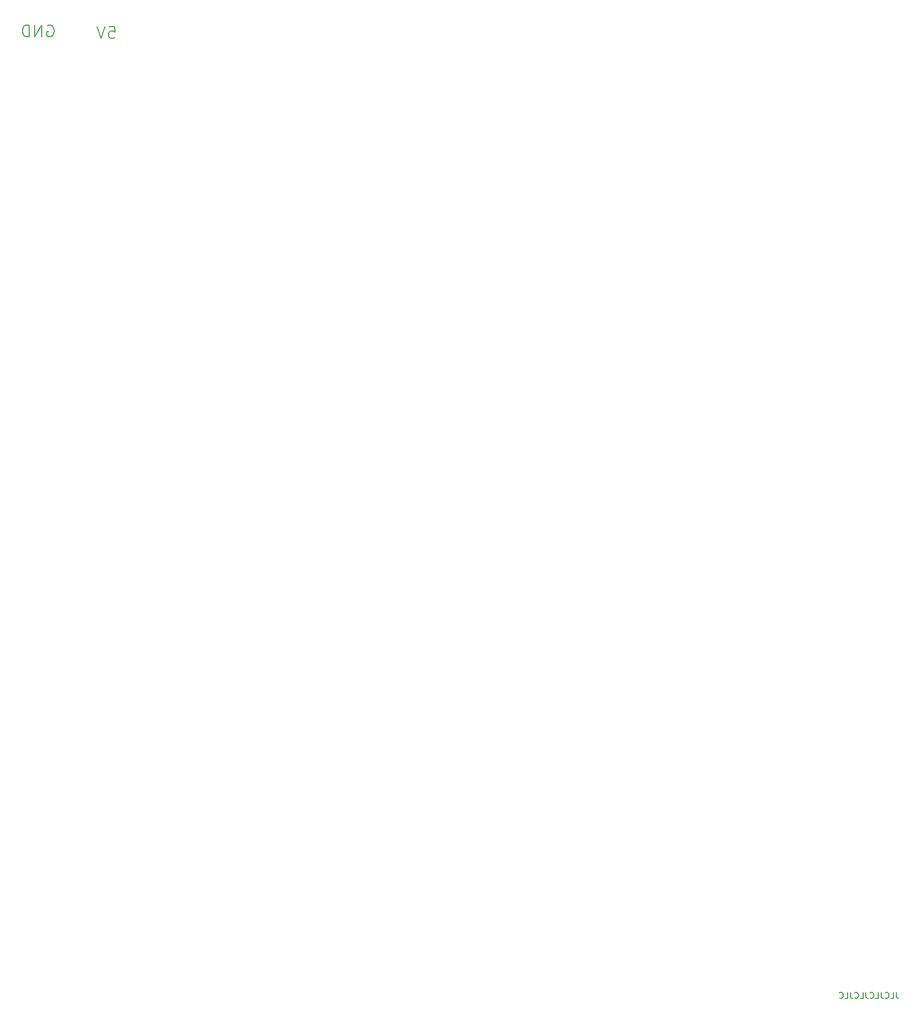
<source format=gbo>
%TF.GenerationSoftware,KiCad,Pcbnew,7.0.5*%
%TF.CreationDate,2023-06-19T18:29:10+12:00*%
%TF.ProjectId,Alius_6502,416c6975-735f-4363-9530-322e6b696361,rev?*%
%TF.SameCoordinates,Original*%
%TF.FileFunction,Legend,Bot*%
%TF.FilePolarity,Positive*%
%FSLAX46Y46*%
G04 Gerber Fmt 4.6, Leading zero omitted, Abs format (unit mm)*
G04 Created by KiCad (PCBNEW 7.0.5) date 2023-06-19 18:29:10*
%MOMM*%
%LPD*%
G01*
G04 APERTURE LIST*
%ADD10C,0.150000*%
G04 APERTURE END LIST*
D10*
X42381748Y-27902114D02*
X43334129Y-27902114D01*
X43334129Y-27902114D02*
X43429367Y-28854495D01*
X43429367Y-28854495D02*
X43334129Y-28759256D01*
X43334129Y-28759256D02*
X43143653Y-28664018D01*
X43143653Y-28664018D02*
X42667462Y-28664018D01*
X42667462Y-28664018D02*
X42476986Y-28759256D01*
X42476986Y-28759256D02*
X42381748Y-28854495D01*
X42381748Y-28854495D02*
X42286510Y-29044971D01*
X42286510Y-29044971D02*
X42286510Y-29521161D01*
X42286510Y-29521161D02*
X42381748Y-29711637D01*
X42381748Y-29711637D02*
X42476986Y-29806876D01*
X42476986Y-29806876D02*
X42667462Y-29902114D01*
X42667462Y-29902114D02*
X43143653Y-29902114D01*
X43143653Y-29902114D02*
X43334129Y-29806876D01*
X43334129Y-29806876D02*
X43429367Y-29711637D01*
X41715081Y-27902114D02*
X41048415Y-29902114D01*
X41048415Y-29902114D02*
X40381748Y-27902114D01*
X174960590Y-190639819D02*
X174960590Y-191354104D01*
X174960590Y-191354104D02*
X175008209Y-191496961D01*
X175008209Y-191496961D02*
X175103447Y-191592200D01*
X175103447Y-191592200D02*
X175246304Y-191639819D01*
X175246304Y-191639819D02*
X175341542Y-191639819D01*
X174008209Y-191639819D02*
X174484399Y-191639819D01*
X174484399Y-191639819D02*
X174484399Y-190639819D01*
X173103447Y-191544580D02*
X173151066Y-191592200D01*
X173151066Y-191592200D02*
X173293923Y-191639819D01*
X173293923Y-191639819D02*
X173389161Y-191639819D01*
X173389161Y-191639819D02*
X173532018Y-191592200D01*
X173532018Y-191592200D02*
X173627256Y-191496961D01*
X173627256Y-191496961D02*
X173674875Y-191401723D01*
X173674875Y-191401723D02*
X173722494Y-191211247D01*
X173722494Y-191211247D02*
X173722494Y-191068390D01*
X173722494Y-191068390D02*
X173674875Y-190877914D01*
X173674875Y-190877914D02*
X173627256Y-190782676D01*
X173627256Y-190782676D02*
X173532018Y-190687438D01*
X173532018Y-190687438D02*
X173389161Y-190639819D01*
X173389161Y-190639819D02*
X173293923Y-190639819D01*
X173293923Y-190639819D02*
X173151066Y-190687438D01*
X173151066Y-190687438D02*
X173103447Y-190735057D01*
X172389161Y-190639819D02*
X172389161Y-191354104D01*
X172389161Y-191354104D02*
X172436780Y-191496961D01*
X172436780Y-191496961D02*
X172532018Y-191592200D01*
X172532018Y-191592200D02*
X172674875Y-191639819D01*
X172674875Y-191639819D02*
X172770113Y-191639819D01*
X171436780Y-191639819D02*
X171912970Y-191639819D01*
X171912970Y-191639819D02*
X171912970Y-190639819D01*
X170532018Y-191544580D02*
X170579637Y-191592200D01*
X170579637Y-191592200D02*
X170722494Y-191639819D01*
X170722494Y-191639819D02*
X170817732Y-191639819D01*
X170817732Y-191639819D02*
X170960589Y-191592200D01*
X170960589Y-191592200D02*
X171055827Y-191496961D01*
X171055827Y-191496961D02*
X171103446Y-191401723D01*
X171103446Y-191401723D02*
X171151065Y-191211247D01*
X171151065Y-191211247D02*
X171151065Y-191068390D01*
X171151065Y-191068390D02*
X171103446Y-190877914D01*
X171103446Y-190877914D02*
X171055827Y-190782676D01*
X171055827Y-190782676D02*
X170960589Y-190687438D01*
X170960589Y-190687438D02*
X170817732Y-190639819D01*
X170817732Y-190639819D02*
X170722494Y-190639819D01*
X170722494Y-190639819D02*
X170579637Y-190687438D01*
X170579637Y-190687438D02*
X170532018Y-190735057D01*
X169817732Y-190639819D02*
X169817732Y-191354104D01*
X169817732Y-191354104D02*
X169865351Y-191496961D01*
X169865351Y-191496961D02*
X169960589Y-191592200D01*
X169960589Y-191592200D02*
X170103446Y-191639819D01*
X170103446Y-191639819D02*
X170198684Y-191639819D01*
X168865351Y-191639819D02*
X169341541Y-191639819D01*
X169341541Y-191639819D02*
X169341541Y-190639819D01*
X167960589Y-191544580D02*
X168008208Y-191592200D01*
X168008208Y-191592200D02*
X168151065Y-191639819D01*
X168151065Y-191639819D02*
X168246303Y-191639819D01*
X168246303Y-191639819D02*
X168389160Y-191592200D01*
X168389160Y-191592200D02*
X168484398Y-191496961D01*
X168484398Y-191496961D02*
X168532017Y-191401723D01*
X168532017Y-191401723D02*
X168579636Y-191211247D01*
X168579636Y-191211247D02*
X168579636Y-191068390D01*
X168579636Y-191068390D02*
X168532017Y-190877914D01*
X168532017Y-190877914D02*
X168484398Y-190782676D01*
X168484398Y-190782676D02*
X168389160Y-190687438D01*
X168389160Y-190687438D02*
X168246303Y-190639819D01*
X168246303Y-190639819D02*
X168151065Y-190639819D01*
X168151065Y-190639819D02*
X168008208Y-190687438D01*
X168008208Y-190687438D02*
X167960589Y-190735057D01*
X167246303Y-190639819D02*
X167246303Y-191354104D01*
X167246303Y-191354104D02*
X167293922Y-191496961D01*
X167293922Y-191496961D02*
X167389160Y-191592200D01*
X167389160Y-191592200D02*
X167532017Y-191639819D01*
X167532017Y-191639819D02*
X167627255Y-191639819D01*
X166293922Y-191639819D02*
X166770112Y-191639819D01*
X166770112Y-191639819D02*
X166770112Y-190639819D01*
X165389160Y-191544580D02*
X165436779Y-191592200D01*
X165436779Y-191592200D02*
X165579636Y-191639819D01*
X165579636Y-191639819D02*
X165674874Y-191639819D01*
X165674874Y-191639819D02*
X165817731Y-191592200D01*
X165817731Y-191592200D02*
X165912969Y-191496961D01*
X165912969Y-191496961D02*
X165960588Y-191401723D01*
X165960588Y-191401723D02*
X166008207Y-191211247D01*
X166008207Y-191211247D02*
X166008207Y-191068390D01*
X166008207Y-191068390D02*
X165960588Y-190877914D01*
X165960588Y-190877914D02*
X165912969Y-190782676D01*
X165912969Y-190782676D02*
X165817731Y-190687438D01*
X165817731Y-190687438D02*
X165674874Y-190639819D01*
X165674874Y-190639819D02*
X165579636Y-190639819D01*
X165579636Y-190639819D02*
X165436779Y-190687438D01*
X165436779Y-190687438D02*
X165389160Y-190735057D01*
X31969468Y-27735248D02*
X32159944Y-27640010D01*
X32159944Y-27640010D02*
X32445658Y-27640010D01*
X32445658Y-27640010D02*
X32731373Y-27735248D01*
X32731373Y-27735248D02*
X32921849Y-27925724D01*
X32921849Y-27925724D02*
X33017087Y-28116200D01*
X33017087Y-28116200D02*
X33112325Y-28497152D01*
X33112325Y-28497152D02*
X33112325Y-28782867D01*
X33112325Y-28782867D02*
X33017087Y-29163819D01*
X33017087Y-29163819D02*
X32921849Y-29354295D01*
X32921849Y-29354295D02*
X32731373Y-29544772D01*
X32731373Y-29544772D02*
X32445658Y-29640010D01*
X32445658Y-29640010D02*
X32255182Y-29640010D01*
X32255182Y-29640010D02*
X31969468Y-29544772D01*
X31969468Y-29544772D02*
X31874230Y-29449533D01*
X31874230Y-29449533D02*
X31874230Y-28782867D01*
X31874230Y-28782867D02*
X32255182Y-28782867D01*
X31017087Y-29640010D02*
X31017087Y-27640010D01*
X31017087Y-27640010D02*
X29874230Y-29640010D01*
X29874230Y-29640010D02*
X29874230Y-27640010D01*
X28921849Y-29640010D02*
X28921849Y-27640010D01*
X28921849Y-27640010D02*
X28445659Y-27640010D01*
X28445659Y-27640010D02*
X28159944Y-27735248D01*
X28159944Y-27735248D02*
X27969468Y-27925724D01*
X27969468Y-27925724D02*
X27874230Y-28116200D01*
X27874230Y-28116200D02*
X27778992Y-28497152D01*
X27778992Y-28497152D02*
X27778992Y-28782867D01*
X27778992Y-28782867D02*
X27874230Y-29163819D01*
X27874230Y-29163819D02*
X27969468Y-29354295D01*
X27969468Y-29354295D02*
X28159944Y-29544772D01*
X28159944Y-29544772D02*
X28445659Y-29640010D01*
X28445659Y-29640010D02*
X28921849Y-29640010D01*
M02*

</source>
